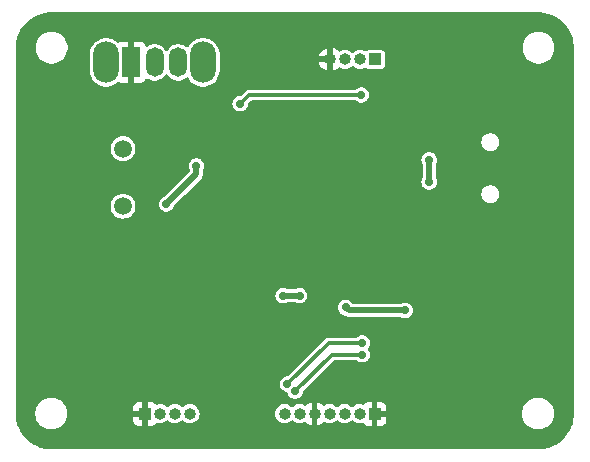
<source format=gbr>
%TF.GenerationSoftware,KiCad,Pcbnew,8.0.2*%
%TF.CreationDate,2024-06-15T16:53:24+02:00*%
%TF.ProjectId,KiCad_STM32_F105RCT6TR,4b694361-645f-4535-944d-33325f463130,v 1.0*%
%TF.SameCoordinates,Original*%
%TF.FileFunction,Copper,L2,Bot*%
%TF.FilePolarity,Positive*%
%FSLAX46Y46*%
G04 Gerber Fmt 4.6, Leading zero omitted, Abs format (unit mm)*
G04 Created by KiCad (PCBNEW 8.0.2) date 2024-06-15 16:53:24*
%MOMM*%
%LPD*%
G01*
G04 APERTURE LIST*
%TA.AperFunction,ComponentPad*%
%ADD10O,1.000000X1.000000*%
%TD*%
%TA.AperFunction,ComponentPad*%
%ADD11R,1.000000X1.000000*%
%TD*%
%TA.AperFunction,ComponentPad*%
%ADD12C,1.500000*%
%TD*%
%TA.AperFunction,ComponentPad*%
%ADD13O,1.500000X2.500000*%
%TD*%
%TA.AperFunction,ComponentPad*%
%ADD14R,1.500000X2.500000*%
%TD*%
%TA.AperFunction,ComponentPad*%
%ADD15O,2.200000X3.500000*%
%TD*%
%TA.AperFunction,ViaPad*%
%ADD16C,0.700000*%
%TD*%
%TA.AperFunction,Conductor*%
%ADD17C,0.300000*%
%TD*%
%TA.AperFunction,Conductor*%
%ADD18C,0.500000*%
%TD*%
G04 APERTURE END LIST*
D10*
%TO.P,SWD,4,Pin_4*%
%TO.N,GND*%
X109860000Y-54000000D03*
%TO.P,SWD,3,Pin_3*%
%TO.N,/SWCLK*%
X111130000Y-54000000D03*
%TO.P,SWD,2,Pin_2*%
%TO.N,/SWDIO*%
X112400000Y-54000000D03*
D11*
%TO.P,SWD,1,Pin_1*%
%TO.N,+3.3V*%
X113670000Y-54000000D03*
%TD*%
D10*
%TO.P,OLED,7,Pin_7*%
%TO.N,/OLED_CS*%
X106000000Y-84000000D03*
%TO.P,OLED,6,Pin_6*%
%TO.N,/OLED_DC*%
X107270000Y-84000000D03*
%TO.P,OLED,5,Pin_5*%
%TO.N,GND*%
X108540000Y-84000000D03*
%TO.P,OLED,4,Pin_4*%
%TO.N,/SPI1_MOSI*%
X109810000Y-84000000D03*
%TO.P,OLED,3,Pin_3*%
%TO.N,/SPI1_SCK*%
X111080000Y-84000000D03*
%TO.P,OLED,2,Pin_2*%
%TO.N,VBUS*%
X112350000Y-84000000D03*
D11*
%TO.P,OLED,1,Pin_1*%
%TO.N,GND*%
X113620000Y-84000000D03*
%TD*%
D12*
%TO.P,Y1,1,1*%
%TO.N,/HSE_IN*%
X92325000Y-61550000D03*
%TO.P,Y1,2,2*%
%TO.N,/HSE_OUT*%
X92325000Y-66430000D03*
%TD*%
D13*
%TO.P,BOOT,3,C*%
%TO.N,+3.3V*%
X97000000Y-54250000D03*
%TO.P,BOOT,2,B*%
%TO.N,Net-(SW1-B)*%
X95000000Y-54250000D03*
D14*
%TO.P,BOOT,1,A*%
%TO.N,GND*%
X93000000Y-54250000D03*
D15*
%TO.P,BOOT,*%
%TO.N,*%
X99100000Y-54250000D03*
X90900000Y-54250000D03*
%TD*%
D10*
%TO.P,PULSE,4,Pin_4*%
%TO.N,/I2C1_SCL*%
X98000000Y-84000000D03*
%TO.P,PULSE,3,Pin_3*%
%TO.N,/I2C1_SDA*%
X96730000Y-84000000D03*
%TO.P,PULSE,2,Pin_2*%
%TO.N,+3.3V*%
X95460000Y-84000000D03*
D11*
%TO.P,PULSE,1,Pin_1*%
%TO.N,GND*%
X94190000Y-84000000D03*
%TD*%
D16*
%TO.N,GND*%
X116000000Y-80750000D03*
X120500000Y-78500000D03*
X111700000Y-62050000D03*
X103000000Y-67250000D03*
X119500000Y-78500000D03*
X116000000Y-80000000D03*
X120250000Y-83000000D03*
X104362588Y-69612589D03*
X120250000Y-82250000D03*
X104250000Y-61500000D03*
X109750000Y-69700000D03*
%TO.N,+3.3V*%
X105875000Y-74000000D03*
X112500000Y-57000000D03*
X116200000Y-75250000D03*
X111180000Y-75000000D03*
X107275000Y-74000000D03*
X98539975Y-63010025D03*
X96000000Y-66250000D03*
X102250000Y-57750000D03*
%TO.N,VBUS*%
X118250000Y-64375000D03*
X118250000Y-62500000D03*
%TO.N,/OLED_DC*%
X112580000Y-79000000D03*
X106910025Y-82089975D03*
%TO.N,/OLED_CS*%
X112580000Y-78000000D03*
X106239016Y-81490182D03*
%TD*%
D17*
%TO.N,+3.3V*%
X103000000Y-57000000D02*
X102250000Y-57750000D01*
D18*
X107275000Y-74000000D02*
X105875000Y-74000000D01*
X111430000Y-75250000D02*
X111180000Y-75000000D01*
X116200000Y-75250000D02*
X111430000Y-75250000D01*
D17*
X112500000Y-57000000D02*
X103000000Y-57000000D01*
D18*
X98539975Y-63010025D02*
X98539975Y-63710025D01*
X98539975Y-63710025D02*
X96000000Y-66250000D01*
%TO.N,VBUS*%
X118250000Y-64375000D02*
X118250000Y-62500000D01*
D17*
%TO.N,/OLED_DC*%
X110000000Y-79000000D02*
X112580000Y-79000000D01*
X106910025Y-82089975D02*
X110000000Y-79000000D01*
%TO.N,/OLED_CS*%
X112580000Y-78000000D02*
X109729198Y-78000000D01*
X109729198Y-78000000D02*
X106239016Y-81490182D01*
%TD*%
%TA.AperFunction,Conductor*%
%TO.N,GND*%
G36*
X127500855Y-50000011D02*
G01*
X127662269Y-50002274D01*
X127674390Y-50003041D01*
X127978553Y-50037312D01*
X127995992Y-50039277D01*
X128009700Y-50041606D01*
X128324366Y-50113426D01*
X128337725Y-50117273D01*
X128642392Y-50223881D01*
X128655228Y-50229199D01*
X128946025Y-50369239D01*
X128958195Y-50375965D01*
X129231486Y-50547685D01*
X129242827Y-50555732D01*
X129495173Y-50756971D01*
X129505541Y-50766237D01*
X129733762Y-50994458D01*
X129743028Y-51004826D01*
X129944267Y-51257172D01*
X129952314Y-51268513D01*
X130124034Y-51541804D01*
X130130760Y-51553974D01*
X130270798Y-51844766D01*
X130276120Y-51857613D01*
X130382724Y-52162270D01*
X130386573Y-52175633D01*
X130458393Y-52490299D01*
X130460722Y-52504007D01*
X130496957Y-52825597D01*
X130497725Y-52837743D01*
X130499988Y-52999144D01*
X130500000Y-53000882D01*
X130500000Y-83999117D01*
X130499988Y-84000855D01*
X130497725Y-84162256D01*
X130496957Y-84174402D01*
X130460722Y-84495992D01*
X130458393Y-84509700D01*
X130386573Y-84824366D01*
X130382724Y-84837729D01*
X130276120Y-85142386D01*
X130270798Y-85155233D01*
X130130760Y-85446025D01*
X130124034Y-85458195D01*
X129952314Y-85731486D01*
X129944267Y-85742827D01*
X129743028Y-85995173D01*
X129733762Y-86005541D01*
X129505541Y-86233762D01*
X129495173Y-86243028D01*
X129242827Y-86444267D01*
X129231486Y-86452314D01*
X128958195Y-86624034D01*
X128946025Y-86630760D01*
X128655233Y-86770798D01*
X128642386Y-86776120D01*
X128337729Y-86882724D01*
X128324366Y-86886573D01*
X128009700Y-86958393D01*
X127995992Y-86960722D01*
X127674402Y-86996957D01*
X127662256Y-86997725D01*
X127500856Y-86999988D01*
X127499118Y-87000000D01*
X86250882Y-87000000D01*
X86249144Y-86999988D01*
X86087743Y-86997725D01*
X86075597Y-86996957D01*
X85754007Y-86960722D01*
X85740299Y-86958393D01*
X85425633Y-86886573D01*
X85412270Y-86882724D01*
X85107613Y-86776120D01*
X85094766Y-86770798D01*
X84803974Y-86630760D01*
X84791804Y-86624034D01*
X84518513Y-86452314D01*
X84507172Y-86444267D01*
X84254826Y-86243028D01*
X84244458Y-86233762D01*
X84016237Y-86005541D01*
X84006971Y-85995173D01*
X83805732Y-85742827D01*
X83797685Y-85731486D01*
X83625965Y-85458195D01*
X83619239Y-85446025D01*
X83479201Y-85155233D01*
X83473879Y-85142386D01*
X83471311Y-85135048D01*
X83367273Y-84837725D01*
X83363426Y-84824366D01*
X83291606Y-84509700D01*
X83289277Y-84495992D01*
X83253589Y-84179254D01*
X83253041Y-84174390D01*
X83252274Y-84162269D01*
X83250012Y-84000855D01*
X83250000Y-83999117D01*
X83250000Y-83873713D01*
X84899500Y-83873713D01*
X84899500Y-84086286D01*
X84927023Y-84260064D01*
X84932754Y-84296243D01*
X84950065Y-84349522D01*
X84998444Y-84498414D01*
X85094951Y-84687820D01*
X85219890Y-84859786D01*
X85370213Y-85010109D01*
X85542179Y-85135048D01*
X85542181Y-85135049D01*
X85542184Y-85135051D01*
X85731588Y-85231557D01*
X85933757Y-85297246D01*
X86143713Y-85330500D01*
X86143714Y-85330500D01*
X86356286Y-85330500D01*
X86356287Y-85330500D01*
X86566243Y-85297246D01*
X86768412Y-85231557D01*
X86957816Y-85135051D01*
X86979789Y-85119086D01*
X87129786Y-85010109D01*
X87129788Y-85010106D01*
X87129792Y-85010104D01*
X87280104Y-84859792D01*
X87280106Y-84859788D01*
X87280109Y-84859786D01*
X87405048Y-84687820D01*
X87405047Y-84687820D01*
X87405051Y-84687816D01*
X87476370Y-84547844D01*
X93190000Y-84547844D01*
X93196401Y-84607372D01*
X93196403Y-84607379D01*
X93246645Y-84742086D01*
X93246649Y-84742093D01*
X93332809Y-84857187D01*
X93332812Y-84857190D01*
X93447906Y-84943350D01*
X93447913Y-84943354D01*
X93582620Y-84993596D01*
X93582627Y-84993598D01*
X93642155Y-84999999D01*
X93642172Y-85000000D01*
X93940000Y-85000000D01*
X93940000Y-84250000D01*
X93190000Y-84250000D01*
X93190000Y-84547844D01*
X87476370Y-84547844D01*
X87501557Y-84498412D01*
X87567246Y-84296243D01*
X87600500Y-84086287D01*
X87600500Y-83957213D01*
X93865000Y-83957213D01*
X93865000Y-84042787D01*
X93887149Y-84125445D01*
X93929936Y-84199554D01*
X93990446Y-84260064D01*
X94064555Y-84302851D01*
X94147213Y-84325000D01*
X94232787Y-84325000D01*
X94315445Y-84302851D01*
X94389554Y-84260064D01*
X94440000Y-84209618D01*
X94440000Y-85000000D01*
X94737828Y-85000000D01*
X94737844Y-84999999D01*
X94797372Y-84993598D01*
X94797379Y-84993596D01*
X94932086Y-84943354D01*
X94932093Y-84943350D01*
X95047187Y-84857190D01*
X95047188Y-84857189D01*
X95083819Y-84808257D01*
X95139752Y-84766385D01*
X95209444Y-84761401D01*
X95224034Y-84765524D01*
X95280745Y-84785368D01*
X95280748Y-84785369D01*
X95459996Y-84805565D01*
X95460000Y-84805565D01*
X95460004Y-84805565D01*
X95639249Y-84785369D01*
X95639252Y-84785368D01*
X95639255Y-84785368D01*
X95809522Y-84725789D01*
X95962262Y-84629816D01*
X96007319Y-84584759D01*
X96068642Y-84551274D01*
X96138334Y-84556258D01*
X96182681Y-84584759D01*
X96227738Y-84629816D01*
X96295661Y-84672495D01*
X96353465Y-84708816D01*
X96380478Y-84725789D01*
X96494040Y-84765526D01*
X96550745Y-84785368D01*
X96550750Y-84785369D01*
X96729996Y-84805565D01*
X96730000Y-84805565D01*
X96730004Y-84805565D01*
X96909249Y-84785369D01*
X96909252Y-84785368D01*
X96909255Y-84785368D01*
X97079522Y-84725789D01*
X97232262Y-84629816D01*
X97277319Y-84584759D01*
X97338642Y-84551274D01*
X97408334Y-84556258D01*
X97452681Y-84584759D01*
X97497738Y-84629816D01*
X97565661Y-84672495D01*
X97623465Y-84708816D01*
X97650478Y-84725789D01*
X97764040Y-84765526D01*
X97820745Y-84785368D01*
X97820750Y-84785369D01*
X97999996Y-84805565D01*
X98000000Y-84805565D01*
X98000004Y-84805565D01*
X98179249Y-84785369D01*
X98179252Y-84785368D01*
X98179255Y-84785368D01*
X98349522Y-84725789D01*
X98502262Y-84629816D01*
X98629816Y-84502262D01*
X98725789Y-84349522D01*
X98785368Y-84179255D01*
X98787282Y-84162269D01*
X98805565Y-84000003D01*
X98805565Y-83999996D01*
X105194435Y-83999996D01*
X105194435Y-84000003D01*
X105214630Y-84179249D01*
X105214631Y-84179254D01*
X105274211Y-84349523D01*
X105365000Y-84494011D01*
X105370184Y-84502262D01*
X105497738Y-84629816D01*
X105565661Y-84672495D01*
X105623465Y-84708816D01*
X105650478Y-84725789D01*
X105764040Y-84765526D01*
X105820745Y-84785368D01*
X105820750Y-84785369D01*
X105999996Y-84805565D01*
X106000000Y-84805565D01*
X106000004Y-84805565D01*
X106179249Y-84785369D01*
X106179252Y-84785368D01*
X106179255Y-84785368D01*
X106349522Y-84725789D01*
X106502262Y-84629816D01*
X106547319Y-84584759D01*
X106608642Y-84551274D01*
X106678334Y-84556258D01*
X106722681Y-84584759D01*
X106767738Y-84629816D01*
X106835661Y-84672495D01*
X106893465Y-84708816D01*
X106920478Y-84725789D01*
X107034040Y-84765526D01*
X107090745Y-84785368D01*
X107090750Y-84785369D01*
X107269996Y-84805565D01*
X107270000Y-84805565D01*
X107270004Y-84805565D01*
X107449249Y-84785369D01*
X107449252Y-84785368D01*
X107449255Y-84785368D01*
X107619522Y-84725789D01*
X107674100Y-84691495D01*
X107741334Y-84672495D01*
X107808169Y-84692862D01*
X107827760Y-84708815D01*
X107829479Y-84710534D01*
X107981739Y-84835491D01*
X108155465Y-84928349D01*
X108290000Y-84969159D01*
X108290000Y-84209618D01*
X108340446Y-84260064D01*
X108414555Y-84302851D01*
X108497213Y-84325000D01*
X108582787Y-84325000D01*
X108665445Y-84302851D01*
X108739554Y-84260064D01*
X108790000Y-84209618D01*
X108790000Y-84969159D01*
X108924534Y-84928349D01*
X109098260Y-84835491D01*
X109250520Y-84710534D01*
X109252239Y-84708816D01*
X109253362Y-84708202D01*
X109255237Y-84706664D01*
X109255528Y-84707019D01*
X109313560Y-84675326D01*
X109383252Y-84680305D01*
X109405900Y-84691496D01*
X109460476Y-84725788D01*
X109460478Y-84725789D01*
X109574040Y-84765526D01*
X109630745Y-84785368D01*
X109630750Y-84785369D01*
X109809996Y-84805565D01*
X109810000Y-84805565D01*
X109810004Y-84805565D01*
X109989249Y-84785369D01*
X109989252Y-84785368D01*
X109989255Y-84785368D01*
X110159522Y-84725789D01*
X110312262Y-84629816D01*
X110357319Y-84584759D01*
X110418642Y-84551274D01*
X110488334Y-84556258D01*
X110532681Y-84584759D01*
X110577738Y-84629816D01*
X110645661Y-84672495D01*
X110703465Y-84708816D01*
X110730478Y-84725789D01*
X110844040Y-84765526D01*
X110900745Y-84785368D01*
X110900750Y-84785369D01*
X111079996Y-84805565D01*
X111080000Y-84805565D01*
X111080004Y-84805565D01*
X111259249Y-84785369D01*
X111259252Y-84785368D01*
X111259255Y-84785368D01*
X111429522Y-84725789D01*
X111582262Y-84629816D01*
X111627319Y-84584759D01*
X111688642Y-84551274D01*
X111758334Y-84556258D01*
X111802681Y-84584759D01*
X111847738Y-84629816D01*
X111915661Y-84672495D01*
X111973465Y-84708816D01*
X112000478Y-84725789D01*
X112114040Y-84765526D01*
X112170745Y-84785368D01*
X112170750Y-84785369D01*
X112349996Y-84805565D01*
X112350000Y-84805565D01*
X112350004Y-84805565D01*
X112529249Y-84785369D01*
X112529250Y-84785368D01*
X112529255Y-84785368D01*
X112585960Y-84765525D01*
X112655736Y-84761963D01*
X112716364Y-84796692D01*
X112726179Y-84808255D01*
X112762812Y-84857190D01*
X112877906Y-84943350D01*
X112877913Y-84943354D01*
X113012620Y-84993596D01*
X113012627Y-84993598D01*
X113072155Y-84999999D01*
X113072172Y-85000000D01*
X113370000Y-85000000D01*
X113870000Y-85000000D01*
X114167828Y-85000000D01*
X114167844Y-84999999D01*
X114227372Y-84993598D01*
X114227379Y-84993596D01*
X114362086Y-84943354D01*
X114362093Y-84943350D01*
X114477187Y-84857190D01*
X114477190Y-84857187D01*
X114563350Y-84742093D01*
X114563354Y-84742086D01*
X114613596Y-84607379D01*
X114613598Y-84607372D01*
X114619999Y-84547844D01*
X114620000Y-84547827D01*
X114620000Y-84250000D01*
X113870000Y-84250000D01*
X113870000Y-85000000D01*
X113370000Y-85000000D01*
X113370000Y-84209618D01*
X113420446Y-84260064D01*
X113494555Y-84302851D01*
X113577213Y-84325000D01*
X113662787Y-84325000D01*
X113745445Y-84302851D01*
X113819554Y-84260064D01*
X113880064Y-84199554D01*
X113922851Y-84125445D01*
X113945000Y-84042787D01*
X113945000Y-83957213D01*
X113922851Y-83874555D01*
X113922365Y-83873713D01*
X126109500Y-83873713D01*
X126109500Y-84086286D01*
X126137023Y-84260064D01*
X126142754Y-84296243D01*
X126160065Y-84349522D01*
X126208444Y-84498414D01*
X126304951Y-84687820D01*
X126429890Y-84859786D01*
X126580213Y-85010109D01*
X126752179Y-85135048D01*
X126752181Y-85135049D01*
X126752184Y-85135051D01*
X126941588Y-85231557D01*
X127143757Y-85297246D01*
X127353713Y-85330500D01*
X127353714Y-85330500D01*
X127566286Y-85330500D01*
X127566287Y-85330500D01*
X127776243Y-85297246D01*
X127978412Y-85231557D01*
X128167816Y-85135051D01*
X128189789Y-85119086D01*
X128339786Y-85010109D01*
X128339788Y-85010106D01*
X128339792Y-85010104D01*
X128490104Y-84859792D01*
X128490106Y-84859788D01*
X128490109Y-84859786D01*
X128615048Y-84687820D01*
X128615047Y-84687820D01*
X128615051Y-84687816D01*
X128711557Y-84498412D01*
X128777246Y-84296243D01*
X128810500Y-84086287D01*
X128810500Y-83873713D01*
X128777246Y-83663757D01*
X128711557Y-83461588D01*
X128615051Y-83272184D01*
X128615049Y-83272181D01*
X128615048Y-83272179D01*
X128490109Y-83100213D01*
X128339786Y-82949890D01*
X128167820Y-82824951D01*
X127978414Y-82728444D01*
X127978413Y-82728443D01*
X127978412Y-82728443D01*
X127776243Y-82662754D01*
X127776241Y-82662753D01*
X127776240Y-82662753D01*
X127614957Y-82637208D01*
X127566287Y-82629500D01*
X127353713Y-82629500D01*
X127305042Y-82637208D01*
X127143760Y-82662753D01*
X126941585Y-82728444D01*
X126752179Y-82824951D01*
X126580213Y-82949890D01*
X126429890Y-83100213D01*
X126304951Y-83272179D01*
X126208444Y-83461585D01*
X126208443Y-83461587D01*
X126208443Y-83461588D01*
X126175598Y-83562672D01*
X126142753Y-83663760D01*
X126109500Y-83873713D01*
X113922365Y-83873713D01*
X113880064Y-83800446D01*
X113829618Y-83750000D01*
X113870000Y-83750000D01*
X114620000Y-83750000D01*
X114620000Y-83452172D01*
X114619999Y-83452155D01*
X114613598Y-83392627D01*
X114613596Y-83392620D01*
X114563354Y-83257913D01*
X114563350Y-83257906D01*
X114477190Y-83142812D01*
X114477187Y-83142809D01*
X114362093Y-83056649D01*
X114362086Y-83056645D01*
X114227379Y-83006403D01*
X114227372Y-83006401D01*
X114167844Y-83000000D01*
X113870000Y-83000000D01*
X113870000Y-83750000D01*
X113829618Y-83750000D01*
X113819554Y-83739936D01*
X113745445Y-83697149D01*
X113662787Y-83675000D01*
X113577213Y-83675000D01*
X113494555Y-83697149D01*
X113420446Y-83739936D01*
X113370000Y-83790382D01*
X113370000Y-83000000D01*
X113072155Y-83000000D01*
X113012627Y-83006401D01*
X113012620Y-83006403D01*
X112877913Y-83056645D01*
X112877906Y-83056649D01*
X112762812Y-83142809D01*
X112726180Y-83191743D01*
X112670246Y-83233613D01*
X112600554Y-83238597D01*
X112585960Y-83234473D01*
X112529257Y-83214632D01*
X112529249Y-83214630D01*
X112350004Y-83194435D01*
X112349996Y-83194435D01*
X112170750Y-83214630D01*
X112170745Y-83214631D01*
X112000476Y-83274211D01*
X111847737Y-83370184D01*
X111802680Y-83415241D01*
X111741357Y-83448725D01*
X111671665Y-83443740D01*
X111627320Y-83415241D01*
X111582263Y-83370185D01*
X111582262Y-83370184D01*
X111429523Y-83274211D01*
X111259254Y-83214631D01*
X111259249Y-83214630D01*
X111080004Y-83194435D01*
X111079996Y-83194435D01*
X110900750Y-83214630D01*
X110900745Y-83214631D01*
X110730476Y-83274211D01*
X110577737Y-83370184D01*
X110532680Y-83415241D01*
X110471357Y-83448725D01*
X110401665Y-83443740D01*
X110357320Y-83415241D01*
X110312263Y-83370185D01*
X110312262Y-83370184D01*
X110159523Y-83274211D01*
X109989254Y-83214631D01*
X109989249Y-83214630D01*
X109810004Y-83194435D01*
X109809996Y-83194435D01*
X109630750Y-83214630D01*
X109630737Y-83214633D01*
X109460482Y-83274208D01*
X109405899Y-83308505D01*
X109338662Y-83327504D01*
X109271827Y-83307135D01*
X109252239Y-83291184D01*
X109250520Y-83289465D01*
X109098260Y-83164507D01*
X109098253Y-83164503D01*
X108924541Y-83071652D01*
X108790000Y-83030839D01*
X108790000Y-83790382D01*
X108739554Y-83739936D01*
X108665445Y-83697149D01*
X108582787Y-83675000D01*
X108497213Y-83675000D01*
X108414555Y-83697149D01*
X108340446Y-83739936D01*
X108290000Y-83790382D01*
X108290000Y-83030839D01*
X108289999Y-83030839D01*
X108155458Y-83071652D01*
X107981746Y-83164503D01*
X107981739Y-83164507D01*
X107829471Y-83289471D01*
X107827745Y-83291198D01*
X107826619Y-83291812D01*
X107824763Y-83293336D01*
X107824473Y-83292983D01*
X107766419Y-83324677D01*
X107696728Y-83319687D01*
X107674100Y-83308503D01*
X107619527Y-83274213D01*
X107619518Y-83274209D01*
X107449262Y-83214633D01*
X107449249Y-83214630D01*
X107270004Y-83194435D01*
X107269996Y-83194435D01*
X107090750Y-83214630D01*
X107090745Y-83214631D01*
X106920476Y-83274211D01*
X106767737Y-83370184D01*
X106722680Y-83415241D01*
X106661357Y-83448725D01*
X106591665Y-83443740D01*
X106547320Y-83415241D01*
X106502263Y-83370185D01*
X106502262Y-83370184D01*
X106349523Y-83274211D01*
X106179254Y-83214631D01*
X106179249Y-83214630D01*
X106000004Y-83194435D01*
X105999996Y-83194435D01*
X105820750Y-83214630D01*
X105820745Y-83214631D01*
X105650476Y-83274211D01*
X105497737Y-83370184D01*
X105370184Y-83497737D01*
X105274211Y-83650476D01*
X105214631Y-83820745D01*
X105214630Y-83820750D01*
X105194435Y-83999996D01*
X98805565Y-83999996D01*
X98785369Y-83820750D01*
X98785368Y-83820745D01*
X98742120Y-83697149D01*
X98725789Y-83650478D01*
X98629816Y-83497738D01*
X98502262Y-83370184D01*
X98349523Y-83274211D01*
X98179254Y-83214631D01*
X98179249Y-83214630D01*
X98000004Y-83194435D01*
X97999996Y-83194435D01*
X97820750Y-83214630D01*
X97820745Y-83214631D01*
X97650476Y-83274211D01*
X97497737Y-83370184D01*
X97452680Y-83415241D01*
X97391357Y-83448725D01*
X97321665Y-83443740D01*
X97277320Y-83415241D01*
X97232263Y-83370185D01*
X97232262Y-83370184D01*
X97079523Y-83274211D01*
X96909254Y-83214631D01*
X96909249Y-83214630D01*
X96730004Y-83194435D01*
X96729996Y-83194435D01*
X96550750Y-83214630D01*
X96550745Y-83214631D01*
X96380476Y-83274211D01*
X96227737Y-83370184D01*
X96182680Y-83415241D01*
X96121357Y-83448725D01*
X96051665Y-83443740D01*
X96007320Y-83415241D01*
X95962263Y-83370185D01*
X95962262Y-83370184D01*
X95809523Y-83274211D01*
X95639254Y-83214631D01*
X95639249Y-83214630D01*
X95460004Y-83194435D01*
X95459996Y-83194435D01*
X95280746Y-83214631D01*
X95280742Y-83214632D01*
X95224037Y-83234473D01*
X95154259Y-83238034D01*
X95093632Y-83203304D01*
X95083818Y-83191742D01*
X95047186Y-83142809D01*
X94932093Y-83056649D01*
X94932086Y-83056645D01*
X94797379Y-83006403D01*
X94797372Y-83006401D01*
X94737844Y-83000000D01*
X94440000Y-83000000D01*
X94440000Y-83790382D01*
X94389554Y-83739936D01*
X94315445Y-83697149D01*
X94232787Y-83675000D01*
X94147213Y-83675000D01*
X94064555Y-83697149D01*
X93990446Y-83739936D01*
X93929936Y-83800446D01*
X93887149Y-83874555D01*
X93865000Y-83957213D01*
X87600500Y-83957213D01*
X87600500Y-83873713D01*
X87567246Y-83663757D01*
X87501557Y-83461588D01*
X87496751Y-83452155D01*
X93190000Y-83452155D01*
X93190000Y-83750000D01*
X93940000Y-83750000D01*
X93940000Y-83000000D01*
X93642155Y-83000000D01*
X93582627Y-83006401D01*
X93582620Y-83006403D01*
X93447913Y-83056645D01*
X93447906Y-83056649D01*
X93332812Y-83142809D01*
X93332809Y-83142812D01*
X93246649Y-83257906D01*
X93246645Y-83257913D01*
X93196403Y-83392620D01*
X93196401Y-83392627D01*
X93190000Y-83452155D01*
X87496751Y-83452155D01*
X87405051Y-83272184D01*
X87405049Y-83272181D01*
X87405048Y-83272179D01*
X87280109Y-83100213D01*
X87129786Y-82949890D01*
X86957820Y-82824951D01*
X86768414Y-82728444D01*
X86768413Y-82728443D01*
X86768412Y-82728443D01*
X86566243Y-82662754D01*
X86566241Y-82662753D01*
X86566240Y-82662753D01*
X86404957Y-82637208D01*
X86356287Y-82629500D01*
X86143713Y-82629500D01*
X86095042Y-82637208D01*
X85933760Y-82662753D01*
X85731585Y-82728444D01*
X85542179Y-82824951D01*
X85370213Y-82949890D01*
X85219890Y-83100213D01*
X85094951Y-83272179D01*
X84998444Y-83461585D01*
X84998443Y-83461587D01*
X84998443Y-83461588D01*
X84965598Y-83562672D01*
X84932753Y-83663760D01*
X84899500Y-83873713D01*
X83250000Y-83873713D01*
X83250000Y-81490181D01*
X105583738Y-81490181D01*
X105583738Y-81490182D01*
X105602778Y-81647000D01*
X105658796Y-81794705D01*
X105748533Y-81924712D01*
X105866776Y-82029465D01*
X105866778Y-82029466D01*
X106006650Y-82102878D01*
X106079184Y-82120755D01*
X106160031Y-82140682D01*
X106160040Y-82140682D01*
X106165968Y-82141402D01*
X106230147Y-82169021D01*
X106269206Y-82226954D01*
X106271941Y-82239523D01*
X106271993Y-82239511D01*
X106273787Y-82246793D01*
X106329805Y-82394498D01*
X106419542Y-82524505D01*
X106537785Y-82629258D01*
X106537787Y-82629259D01*
X106677659Y-82702671D01*
X106831039Y-82740475D01*
X106831040Y-82740475D01*
X106989010Y-82740475D01*
X107142390Y-82702671D01*
X107282265Y-82629258D01*
X107400508Y-82524505D01*
X107490245Y-82394498D01*
X107546262Y-82246793D01*
X107562657Y-82111762D01*
X107590279Y-82047586D01*
X107598061Y-82039040D01*
X110150284Y-79486819D01*
X110211607Y-79453334D01*
X110237965Y-79450500D01*
X112060517Y-79450500D01*
X112127556Y-79470185D01*
X112142741Y-79481682D01*
X112207760Y-79539283D01*
X112207762Y-79539284D01*
X112347634Y-79612696D01*
X112501014Y-79650500D01*
X112501015Y-79650500D01*
X112658985Y-79650500D01*
X112812365Y-79612696D01*
X112952240Y-79539283D01*
X113070483Y-79434530D01*
X113160220Y-79304523D01*
X113216237Y-79156818D01*
X113235278Y-79000000D01*
X113216237Y-78843182D01*
X113160220Y-78695477D01*
X113073912Y-78570438D01*
X113052030Y-78504086D01*
X113069495Y-78436434D01*
X113073905Y-78429571D01*
X113160220Y-78304523D01*
X113216237Y-78156818D01*
X113235278Y-78000000D01*
X113216237Y-77843182D01*
X113160220Y-77695477D01*
X113070483Y-77565470D01*
X112952240Y-77460717D01*
X112952238Y-77460716D01*
X112952237Y-77460715D01*
X112812365Y-77387303D01*
X112658986Y-77349500D01*
X112658985Y-77349500D01*
X112501015Y-77349500D01*
X112501014Y-77349500D01*
X112347634Y-77387303D01*
X112207762Y-77460715D01*
X112142744Y-77518316D01*
X112079510Y-77548037D01*
X112060517Y-77549500D01*
X109669889Y-77549500D01*
X109579523Y-77573713D01*
X109579522Y-77573712D01*
X109555313Y-77580200D01*
X109555304Y-77580204D01*
X109452590Y-77639505D01*
X109452582Y-77639511D01*
X106288732Y-80803363D01*
X106227409Y-80836848D01*
X106201051Y-80839682D01*
X106160030Y-80839682D01*
X106006650Y-80877485D01*
X105866778Y-80950897D01*
X105748532Y-81055653D01*
X105658797Y-81185657D01*
X105658796Y-81185658D01*
X105602778Y-81333363D01*
X105583738Y-81490181D01*
X83250000Y-81490181D01*
X83250000Y-74999999D01*
X110524722Y-74999999D01*
X110524722Y-75000000D01*
X110543762Y-75156818D01*
X110579102Y-75250000D01*
X110599780Y-75304523D01*
X110689517Y-75434530D01*
X110807760Y-75539283D01*
X110947635Y-75612696D01*
X111002369Y-75626186D01*
X111060377Y-75658902D01*
X111091985Y-75690510D01*
X111217515Y-75762984D01*
X111357525Y-75800500D01*
X115818569Y-75800500D01*
X115876194Y-75814703D01*
X115967635Y-75862696D01*
X116044325Y-75881598D01*
X116121014Y-75900500D01*
X116121015Y-75900500D01*
X116278985Y-75900500D01*
X116432365Y-75862696D01*
X116572240Y-75789283D01*
X116690483Y-75684530D01*
X116780220Y-75554523D01*
X116836237Y-75406818D01*
X116855278Y-75250000D01*
X116836237Y-75093182D01*
X116780220Y-74945477D01*
X116690483Y-74815470D01*
X116572240Y-74710717D01*
X116572238Y-74710716D01*
X116572237Y-74710715D01*
X116432365Y-74637303D01*
X116278986Y-74599500D01*
X116278985Y-74599500D01*
X116121015Y-74599500D01*
X116121014Y-74599500D01*
X115967636Y-74637303D01*
X115942492Y-74650500D01*
X115876194Y-74685296D01*
X115818569Y-74699500D01*
X111828077Y-74699500D01*
X111761038Y-74679815D01*
X111726027Y-74645940D01*
X111720066Y-74637304D01*
X111670483Y-74565470D01*
X111552240Y-74460717D01*
X111552238Y-74460716D01*
X111552237Y-74460715D01*
X111412365Y-74387303D01*
X111258986Y-74349500D01*
X111258985Y-74349500D01*
X111101015Y-74349500D01*
X111101014Y-74349500D01*
X110947634Y-74387303D01*
X110807762Y-74460715D01*
X110689516Y-74565471D01*
X110599781Y-74695475D01*
X110599780Y-74695476D01*
X110543762Y-74843181D01*
X110524722Y-74999999D01*
X83250000Y-74999999D01*
X83250000Y-73999999D01*
X105219722Y-73999999D01*
X105219722Y-74000000D01*
X105238762Y-74156818D01*
X105294780Y-74304523D01*
X105384517Y-74434530D01*
X105502760Y-74539283D01*
X105502762Y-74539284D01*
X105642634Y-74612696D01*
X105796014Y-74650500D01*
X105796015Y-74650500D01*
X105953985Y-74650500D01*
X106107365Y-74612696D01*
X106198805Y-74564703D01*
X106256431Y-74550500D01*
X106893569Y-74550500D01*
X106951194Y-74564703D01*
X107042635Y-74612696D01*
X107119325Y-74631598D01*
X107196014Y-74650500D01*
X107196015Y-74650500D01*
X107353985Y-74650500D01*
X107507365Y-74612696D01*
X107647240Y-74539283D01*
X107765483Y-74434530D01*
X107855220Y-74304523D01*
X107911237Y-74156818D01*
X107930278Y-74000000D01*
X107911237Y-73843182D01*
X107855220Y-73695477D01*
X107765483Y-73565470D01*
X107647240Y-73460717D01*
X107647238Y-73460716D01*
X107647237Y-73460715D01*
X107507365Y-73387303D01*
X107353986Y-73349500D01*
X107353985Y-73349500D01*
X107196015Y-73349500D01*
X107196014Y-73349500D01*
X107042636Y-73387303D01*
X106996763Y-73411379D01*
X106951194Y-73435296D01*
X106893569Y-73449500D01*
X106256431Y-73449500D01*
X106198805Y-73435296D01*
X106107365Y-73387304D01*
X106107364Y-73387303D01*
X106107363Y-73387303D01*
X105953986Y-73349500D01*
X105953985Y-73349500D01*
X105796015Y-73349500D01*
X105796014Y-73349500D01*
X105642634Y-73387303D01*
X105502762Y-73460715D01*
X105384516Y-73565471D01*
X105294781Y-73695475D01*
X105294780Y-73695476D01*
X105238762Y-73843181D01*
X105219722Y-73999999D01*
X83250000Y-73999999D01*
X83250000Y-66430000D01*
X91269417Y-66430000D01*
X91289699Y-66635932D01*
X91304441Y-66684530D01*
X91349768Y-66833954D01*
X91447315Y-67016450D01*
X91447317Y-67016452D01*
X91578589Y-67176410D01*
X91675209Y-67255702D01*
X91738550Y-67307685D01*
X91921046Y-67405232D01*
X92119066Y-67465300D01*
X92119065Y-67465300D01*
X92137529Y-67467118D01*
X92325000Y-67485583D01*
X92530934Y-67465300D01*
X92728954Y-67405232D01*
X92911450Y-67307685D01*
X93071410Y-67176410D01*
X93202685Y-67016450D01*
X93300232Y-66833954D01*
X93360300Y-66635934D01*
X93380583Y-66430000D01*
X93362854Y-66249999D01*
X95344722Y-66249999D01*
X95344722Y-66250000D01*
X95363762Y-66406818D01*
X95419780Y-66554523D01*
X95509517Y-66684530D01*
X95627760Y-66789283D01*
X95627762Y-66789284D01*
X95767634Y-66862696D01*
X95921014Y-66900500D01*
X95921015Y-66900500D01*
X96078985Y-66900500D01*
X96232365Y-66862696D01*
X96372240Y-66789283D01*
X96490483Y-66684530D01*
X96580220Y-66554523D01*
X96635677Y-66408294D01*
X96663935Y-66364588D01*
X97554604Y-65473920D01*
X122674499Y-65473920D01*
X122703340Y-65618907D01*
X122703343Y-65618917D01*
X122759912Y-65755488D01*
X122759919Y-65755501D01*
X122842048Y-65878415D01*
X122842051Y-65878419D01*
X122946580Y-65982948D01*
X122946584Y-65982951D01*
X123069498Y-66065080D01*
X123069511Y-66065087D01*
X123206082Y-66121656D01*
X123206087Y-66121658D01*
X123206091Y-66121658D01*
X123206092Y-66121659D01*
X123351079Y-66150500D01*
X123351082Y-66150500D01*
X123498920Y-66150500D01*
X123596462Y-66131096D01*
X123643913Y-66121658D01*
X123780495Y-66065084D01*
X123903416Y-65982951D01*
X124007951Y-65878416D01*
X124090084Y-65755495D01*
X124146658Y-65618913D01*
X124159905Y-65552317D01*
X124175500Y-65473920D01*
X124175500Y-65326079D01*
X124146659Y-65181092D01*
X124146658Y-65181091D01*
X124146658Y-65181087D01*
X124146656Y-65181082D01*
X124090087Y-65044511D01*
X124090080Y-65044498D01*
X124007951Y-64921584D01*
X124007948Y-64921580D01*
X123903419Y-64817051D01*
X123903415Y-64817048D01*
X123780501Y-64734919D01*
X123780488Y-64734912D01*
X123643917Y-64678343D01*
X123643907Y-64678340D01*
X123498920Y-64649500D01*
X123498918Y-64649500D01*
X123351082Y-64649500D01*
X123351080Y-64649500D01*
X123206092Y-64678340D01*
X123206082Y-64678343D01*
X123069511Y-64734912D01*
X123069498Y-64734919D01*
X122946584Y-64817048D01*
X122946580Y-64817051D01*
X122842051Y-64921580D01*
X122842048Y-64921584D01*
X122759919Y-65044498D01*
X122759912Y-65044511D01*
X122703343Y-65181082D01*
X122703340Y-65181092D01*
X122674500Y-65326079D01*
X122674500Y-65326082D01*
X122674500Y-65473918D01*
X122674500Y-65473920D01*
X122674499Y-65473920D01*
X97554604Y-65473920D01*
X98980485Y-64048040D01*
X99052959Y-63922510D01*
X99090475Y-63782499D01*
X99090475Y-63637551D01*
X99090475Y-63396244D01*
X99110160Y-63329205D01*
X99112409Y-63325827D01*
X99120195Y-63314548D01*
X99176212Y-63166843D01*
X99195253Y-63010025D01*
X99176212Y-62853207D01*
X99120195Y-62705502D01*
X99030458Y-62575495D01*
X98945240Y-62499999D01*
X117594722Y-62499999D01*
X117594722Y-62500000D01*
X117613762Y-62656818D01*
X117632226Y-62705502D01*
X117669780Y-62804523D01*
X117677548Y-62815777D01*
X117699433Y-62882130D01*
X117699500Y-62886219D01*
X117699500Y-63988780D01*
X117679815Y-64055819D01*
X117677552Y-64059217D01*
X117669780Y-64070476D01*
X117613762Y-64218181D01*
X117594722Y-64374999D01*
X117594722Y-64375000D01*
X117613762Y-64531818D01*
X117658394Y-64649500D01*
X117669780Y-64679523D01*
X117759517Y-64809530D01*
X117877760Y-64914283D01*
X117877762Y-64914284D01*
X118017634Y-64987696D01*
X118171014Y-65025500D01*
X118171015Y-65025500D01*
X118328985Y-65025500D01*
X118482365Y-64987696D01*
X118622240Y-64914283D01*
X118740483Y-64809530D01*
X118830220Y-64679523D01*
X118886237Y-64531818D01*
X118905278Y-64375000D01*
X118886237Y-64218182D01*
X118830220Y-64070477D01*
X118822448Y-64059217D01*
X118800567Y-63992862D01*
X118800500Y-63988780D01*
X118800500Y-62886219D01*
X118820185Y-62819180D01*
X118822434Y-62815802D01*
X118830220Y-62804523D01*
X118886237Y-62656818D01*
X118905278Y-62500000D01*
X118901726Y-62470742D01*
X118886237Y-62343181D01*
X118864992Y-62287164D01*
X118830220Y-62195477D01*
X118740483Y-62065470D01*
X118622240Y-61960717D01*
X118622238Y-61960716D01*
X118622237Y-61960715D01*
X118482365Y-61887303D01*
X118328986Y-61849500D01*
X118328985Y-61849500D01*
X118171015Y-61849500D01*
X118171014Y-61849500D01*
X118017634Y-61887303D01*
X117877762Y-61960715D01*
X117759516Y-62065471D01*
X117669781Y-62195475D01*
X117669780Y-62195476D01*
X117613762Y-62343181D01*
X117594722Y-62499999D01*
X98945240Y-62499999D01*
X98912215Y-62470742D01*
X98912213Y-62470741D01*
X98912212Y-62470740D01*
X98772340Y-62397328D01*
X98618961Y-62359525D01*
X98618960Y-62359525D01*
X98460990Y-62359525D01*
X98460989Y-62359525D01*
X98307609Y-62397328D01*
X98167737Y-62470740D01*
X98049491Y-62575496D01*
X97959756Y-62705500D01*
X97959755Y-62705501D01*
X97903737Y-62853206D01*
X97884697Y-63010024D01*
X97884697Y-63010025D01*
X97903737Y-63166843D01*
X97959755Y-63314548D01*
X97967523Y-63325802D01*
X97989408Y-63392155D01*
X97989475Y-63396244D01*
X97989475Y-63430637D01*
X97969790Y-63497676D01*
X97953156Y-63518318D01*
X95880377Y-65591096D01*
X95822372Y-65623811D01*
X95767638Y-65637302D01*
X95767634Y-65637303D01*
X95627762Y-65710715D01*
X95509516Y-65815471D01*
X95419781Y-65945475D01*
X95419780Y-65945476D01*
X95363762Y-66093181D01*
X95344722Y-66249999D01*
X93362854Y-66249999D01*
X93360300Y-66224066D01*
X93300232Y-66026046D01*
X93202685Y-65843550D01*
X93150702Y-65780209D01*
X93071410Y-65683589D01*
X92911452Y-65552317D01*
X92911453Y-65552317D01*
X92911450Y-65552315D01*
X92728954Y-65454768D01*
X92530934Y-65394700D01*
X92530932Y-65394699D01*
X92530934Y-65394699D01*
X92325000Y-65374417D01*
X92119067Y-65394699D01*
X91921043Y-65454769D01*
X91885215Y-65473920D01*
X91738550Y-65552315D01*
X91738548Y-65552316D01*
X91738547Y-65552317D01*
X91578589Y-65683589D01*
X91447317Y-65843547D01*
X91349769Y-66026043D01*
X91289699Y-66224067D01*
X91269417Y-66430000D01*
X83250000Y-66430000D01*
X83250000Y-61550000D01*
X91269417Y-61550000D01*
X91289699Y-61755932D01*
X91289700Y-61755934D01*
X91349768Y-61953954D01*
X91447315Y-62136450D01*
X91447317Y-62136452D01*
X91578589Y-62296410D01*
X91635581Y-62343181D01*
X91738550Y-62427685D01*
X91921046Y-62525232D01*
X92119066Y-62585300D01*
X92119065Y-62585300D01*
X92137529Y-62587118D01*
X92325000Y-62605583D01*
X92530934Y-62585300D01*
X92728954Y-62525232D01*
X92911450Y-62427685D01*
X93071410Y-62296410D01*
X93202685Y-62136450D01*
X93300232Y-61953954D01*
X93360300Y-61755934D01*
X93380583Y-61550000D01*
X93360300Y-61344066D01*
X93300232Y-61146046D01*
X93261680Y-61073920D01*
X122674499Y-61073920D01*
X122703340Y-61218907D01*
X122703343Y-61218917D01*
X122759912Y-61355488D01*
X122759919Y-61355501D01*
X122842048Y-61478415D01*
X122842051Y-61478419D01*
X122946580Y-61582948D01*
X122946584Y-61582951D01*
X123069498Y-61665080D01*
X123069511Y-61665087D01*
X123206082Y-61721656D01*
X123206087Y-61721658D01*
X123206091Y-61721658D01*
X123206092Y-61721659D01*
X123351079Y-61750500D01*
X123351082Y-61750500D01*
X123498920Y-61750500D01*
X123596462Y-61731096D01*
X123643913Y-61721658D01*
X123780495Y-61665084D01*
X123903416Y-61582951D01*
X124007951Y-61478416D01*
X124090084Y-61355495D01*
X124146658Y-61218913D01*
X124156096Y-61171462D01*
X124175500Y-61073920D01*
X124175500Y-60926079D01*
X124146659Y-60781092D01*
X124146658Y-60781091D01*
X124146658Y-60781087D01*
X124146656Y-60781082D01*
X124090087Y-60644511D01*
X124090080Y-60644498D01*
X124007951Y-60521584D01*
X124007948Y-60521580D01*
X123903419Y-60417051D01*
X123903415Y-60417048D01*
X123780501Y-60334919D01*
X123780488Y-60334912D01*
X123643917Y-60278343D01*
X123643907Y-60278340D01*
X123498920Y-60249500D01*
X123498918Y-60249500D01*
X123351082Y-60249500D01*
X123351080Y-60249500D01*
X123206092Y-60278340D01*
X123206082Y-60278343D01*
X123069511Y-60334912D01*
X123069498Y-60334919D01*
X122946584Y-60417048D01*
X122946580Y-60417051D01*
X122842051Y-60521580D01*
X122842048Y-60521584D01*
X122759919Y-60644498D01*
X122759912Y-60644511D01*
X122703343Y-60781082D01*
X122703340Y-60781092D01*
X122674500Y-60926079D01*
X122674500Y-60926082D01*
X122674500Y-61073918D01*
X122674500Y-61073920D01*
X122674499Y-61073920D01*
X93261680Y-61073920D01*
X93202685Y-60963550D01*
X93150702Y-60900209D01*
X93071410Y-60803589D01*
X92911452Y-60672317D01*
X92911453Y-60672317D01*
X92911450Y-60672315D01*
X92728954Y-60574768D01*
X92530934Y-60514700D01*
X92530932Y-60514699D01*
X92530934Y-60514699D01*
X92325000Y-60494417D01*
X92119067Y-60514699D01*
X91921043Y-60574769D01*
X91810898Y-60633643D01*
X91738550Y-60672315D01*
X91738548Y-60672316D01*
X91738547Y-60672317D01*
X91578589Y-60803589D01*
X91447317Y-60963547D01*
X91349769Y-61146043D01*
X91289699Y-61344067D01*
X91269417Y-61550000D01*
X83250000Y-61550000D01*
X83250000Y-57749999D01*
X101594722Y-57749999D01*
X101594722Y-57750000D01*
X101613762Y-57906818D01*
X101669780Y-58054523D01*
X101759517Y-58184530D01*
X101877760Y-58289283D01*
X101877762Y-58289284D01*
X102017634Y-58362696D01*
X102171014Y-58400500D01*
X102171015Y-58400500D01*
X102328985Y-58400500D01*
X102482365Y-58362696D01*
X102622240Y-58289283D01*
X102740483Y-58184530D01*
X102830220Y-58054523D01*
X102886237Y-57906818D01*
X102902632Y-57771787D01*
X102930254Y-57707611D01*
X102938025Y-57699076D01*
X103150285Y-57486816D01*
X103211607Y-57453334D01*
X103237965Y-57450500D01*
X111980517Y-57450500D01*
X112047556Y-57470185D01*
X112062741Y-57481682D01*
X112127760Y-57539283D01*
X112127762Y-57539284D01*
X112267634Y-57612696D01*
X112421014Y-57650500D01*
X112421015Y-57650500D01*
X112578985Y-57650500D01*
X112732365Y-57612696D01*
X112769547Y-57593181D01*
X112872240Y-57539283D01*
X112990483Y-57434530D01*
X113080220Y-57304523D01*
X113136237Y-57156818D01*
X113155278Y-57000000D01*
X113136237Y-56843182D01*
X113080220Y-56695477D01*
X112990483Y-56565470D01*
X112872240Y-56460717D01*
X112872238Y-56460716D01*
X112872237Y-56460715D01*
X112732365Y-56387303D01*
X112578986Y-56349500D01*
X112578985Y-56349500D01*
X112421015Y-56349500D01*
X112421014Y-56349500D01*
X112267634Y-56387303D01*
X112127762Y-56460715D01*
X112062744Y-56518316D01*
X111999510Y-56548037D01*
X111980517Y-56549500D01*
X102940691Y-56549500D01*
X102850325Y-56573713D01*
X102850324Y-56573712D01*
X102826116Y-56580199D01*
X102826113Y-56580200D01*
X102723386Y-56639511D01*
X102723383Y-56639513D01*
X102299716Y-57063181D01*
X102238393Y-57096666D01*
X102212035Y-57099500D01*
X102171014Y-57099500D01*
X102017634Y-57137303D01*
X101877762Y-57210715D01*
X101759516Y-57315471D01*
X101669781Y-57445475D01*
X101669780Y-57445476D01*
X101613762Y-57593181D01*
X101594722Y-57749999D01*
X83250000Y-57749999D01*
X83250000Y-53000882D01*
X83250012Y-52999144D01*
X83251490Y-52893713D01*
X84929500Y-52893713D01*
X84929500Y-53106286D01*
X84958513Y-53289471D01*
X84962754Y-53316243D01*
X85024406Y-53505988D01*
X85028444Y-53518414D01*
X85124951Y-53707820D01*
X85249890Y-53879786D01*
X85400213Y-54030109D01*
X85572179Y-54155048D01*
X85572181Y-54155049D01*
X85572184Y-54155051D01*
X85761588Y-54251557D01*
X85963757Y-54317246D01*
X86173713Y-54350500D01*
X86173714Y-54350500D01*
X86386286Y-54350500D01*
X86386287Y-54350500D01*
X86596243Y-54317246D01*
X86798412Y-54251557D01*
X86987816Y-54155051D01*
X87009789Y-54139086D01*
X87159786Y-54030109D01*
X87159788Y-54030106D01*
X87159792Y-54030104D01*
X87310104Y-53879792D01*
X87310106Y-53879788D01*
X87310109Y-53879786D01*
X87435048Y-53707820D01*
X87435047Y-53707820D01*
X87435051Y-53707816D01*
X87531557Y-53518412D01*
X87540861Y-53489778D01*
X89499500Y-53489778D01*
X89499500Y-55010221D01*
X89533985Y-55227952D01*
X89602103Y-55437603D01*
X89602104Y-55437606D01*
X89662221Y-55555589D01*
X89694398Y-55618740D01*
X89702187Y-55634025D01*
X89831752Y-55812358D01*
X89831756Y-55812363D01*
X89987636Y-55968243D01*
X89987641Y-55968247D01*
X90031346Y-56000000D01*
X90165978Y-56097815D01*
X90294375Y-56163237D01*
X90362393Y-56197895D01*
X90362396Y-56197896D01*
X90467221Y-56231955D01*
X90572049Y-56266015D01*
X90789778Y-56300500D01*
X90789779Y-56300500D01*
X91010221Y-56300500D01*
X91010222Y-56300500D01*
X91227951Y-56266015D01*
X91437606Y-56197895D01*
X91634022Y-56097815D01*
X91777468Y-55993596D01*
X91812360Y-55968246D01*
X91812361Y-55968244D01*
X91812365Y-55968242D01*
X91834338Y-55946268D01*
X91895659Y-55912784D01*
X91965350Y-55917767D01*
X91996331Y-55934684D01*
X92007910Y-55943352D01*
X92007913Y-55943354D01*
X92142620Y-55993596D01*
X92142627Y-55993598D01*
X92202155Y-55999999D01*
X92202172Y-56000000D01*
X92750000Y-56000000D01*
X92750000Y-54565686D01*
X92754394Y-54570080D01*
X92845606Y-54622741D01*
X92947339Y-54650000D01*
X93052661Y-54650000D01*
X93154394Y-54622741D01*
X93245606Y-54570080D01*
X93250000Y-54565686D01*
X93250000Y-56000000D01*
X93797828Y-56000000D01*
X93797844Y-55999999D01*
X93857372Y-55993598D01*
X93857379Y-55993596D01*
X93992086Y-55943354D01*
X93992093Y-55943350D01*
X94107187Y-55857190D01*
X94107190Y-55857187D01*
X94193350Y-55742093D01*
X94193355Y-55742084D01*
X94218497Y-55674674D01*
X94260367Y-55618740D01*
X94325831Y-55594322D01*
X94394104Y-55609173D01*
X94403569Y-55614904D01*
X94502400Y-55680940D01*
X94502401Y-55680940D01*
X94502402Y-55680941D01*
X94693580Y-55760130D01*
X94896530Y-55800499D01*
X94896534Y-55800500D01*
X94896535Y-55800500D01*
X95103466Y-55800500D01*
X95103467Y-55800499D01*
X95306420Y-55760130D01*
X95497598Y-55680941D01*
X95669655Y-55565977D01*
X95815977Y-55419655D01*
X95896898Y-55298546D01*
X95950509Y-55253742D01*
X96019834Y-55245035D01*
X96082862Y-55275189D01*
X96103100Y-55298545D01*
X96152924Y-55373112D01*
X96184024Y-55419657D01*
X96330342Y-55565975D01*
X96330345Y-55565977D01*
X96502402Y-55680941D01*
X96693580Y-55760130D01*
X96896530Y-55800499D01*
X96896534Y-55800500D01*
X96896535Y-55800500D01*
X97103466Y-55800500D01*
X97103467Y-55800499D01*
X97306420Y-55760130D01*
X97497598Y-55680941D01*
X97669655Y-55565977D01*
X97680043Y-55555589D01*
X97741365Y-55522102D01*
X97811057Y-55527084D01*
X97866992Y-55568953D01*
X97878212Y-55586972D01*
X97902187Y-55634026D01*
X98031752Y-55812358D01*
X98031756Y-55812363D01*
X98187636Y-55968243D01*
X98187641Y-55968247D01*
X98231346Y-56000000D01*
X98365978Y-56097815D01*
X98494375Y-56163237D01*
X98562393Y-56197895D01*
X98562396Y-56197896D01*
X98667221Y-56231955D01*
X98772049Y-56266015D01*
X98989778Y-56300500D01*
X98989779Y-56300500D01*
X99210221Y-56300500D01*
X99210222Y-56300500D01*
X99427951Y-56266015D01*
X99637606Y-56197895D01*
X99834022Y-56097815D01*
X100012365Y-55968242D01*
X100168242Y-55812365D01*
X100297815Y-55634022D01*
X100397895Y-55437606D01*
X100466015Y-55227951D01*
X100500500Y-55010222D01*
X100500500Y-54250000D01*
X108890840Y-54250000D01*
X108931652Y-54384541D01*
X109024503Y-54558253D01*
X109024507Y-54558260D01*
X109149471Y-54710528D01*
X109301739Y-54835491D01*
X109475465Y-54928349D01*
X109610000Y-54969159D01*
X109610000Y-54250000D01*
X108890840Y-54250000D01*
X100500500Y-54250000D01*
X100500500Y-53957213D01*
X109535000Y-53957213D01*
X109535000Y-54042787D01*
X109557149Y-54125445D01*
X109599936Y-54199554D01*
X109660446Y-54260064D01*
X109734555Y-54302851D01*
X109817213Y-54325000D01*
X109902787Y-54325000D01*
X109985445Y-54302851D01*
X110059554Y-54260064D01*
X110110000Y-54209618D01*
X110110000Y-54969159D01*
X110244534Y-54928349D01*
X110418260Y-54835491D01*
X110570520Y-54710534D01*
X110572239Y-54708816D01*
X110573362Y-54708202D01*
X110575237Y-54706664D01*
X110575528Y-54707019D01*
X110633560Y-54675326D01*
X110703252Y-54680305D01*
X110725900Y-54691496D01*
X110780476Y-54725788D01*
X110780478Y-54725789D01*
X110950745Y-54785368D01*
X110950750Y-54785369D01*
X111129996Y-54805565D01*
X111130000Y-54805565D01*
X111130004Y-54805565D01*
X111309249Y-54785369D01*
X111309252Y-54785368D01*
X111309255Y-54785368D01*
X111479522Y-54725789D01*
X111632262Y-54629816D01*
X111677319Y-54584759D01*
X111738642Y-54551274D01*
X111808334Y-54556258D01*
X111852681Y-54584759D01*
X111897738Y-54629816D01*
X111929861Y-54650000D01*
X112025857Y-54710319D01*
X112050478Y-54725789D01*
X112220745Y-54785368D01*
X112220750Y-54785369D01*
X112399996Y-54805565D01*
X112400000Y-54805565D01*
X112400004Y-54805565D01*
X112579249Y-54785369D01*
X112579252Y-54785368D01*
X112579255Y-54785368D01*
X112749522Y-54725789D01*
X112777512Y-54708202D01*
X112801694Y-54693007D01*
X112868931Y-54674006D01*
X112935766Y-54694373D01*
X112955348Y-54710319D01*
X112997235Y-54752206D01*
X113100009Y-54797585D01*
X113125135Y-54800500D01*
X114214864Y-54800499D01*
X114214879Y-54800497D01*
X114214882Y-54800497D01*
X114239987Y-54797586D01*
X114239988Y-54797585D01*
X114239991Y-54797585D01*
X114342765Y-54752206D01*
X114422206Y-54672765D01*
X114467585Y-54569991D01*
X114470500Y-54544865D01*
X114470499Y-53455136D01*
X114469756Y-53448725D01*
X114467586Y-53430012D01*
X114467585Y-53430010D01*
X114467585Y-53430009D01*
X114422206Y-53327235D01*
X114342765Y-53247794D01*
X114339284Y-53246257D01*
X114239992Y-53202415D01*
X114214865Y-53199500D01*
X113125143Y-53199500D01*
X113125117Y-53199502D01*
X113100012Y-53202413D01*
X113100008Y-53202415D01*
X112997235Y-53247793D01*
X112997233Y-53247794D01*
X112955347Y-53289681D01*
X112894024Y-53323165D01*
X112824332Y-53318180D01*
X112801696Y-53306993D01*
X112749521Y-53274209D01*
X112579262Y-53214633D01*
X112579249Y-53214630D01*
X112400004Y-53194435D01*
X112399996Y-53194435D01*
X112220750Y-53214630D01*
X112220745Y-53214631D01*
X112050476Y-53274211D01*
X111897737Y-53370184D01*
X111852680Y-53415241D01*
X111791357Y-53448725D01*
X111721665Y-53443740D01*
X111677320Y-53415241D01*
X111632263Y-53370185D01*
X111632262Y-53370184D01*
X111479523Y-53274211D01*
X111309254Y-53214631D01*
X111309249Y-53214630D01*
X111130004Y-53194435D01*
X111129996Y-53194435D01*
X110950750Y-53214630D01*
X110950737Y-53214633D01*
X110780482Y-53274208D01*
X110725899Y-53308505D01*
X110658662Y-53327504D01*
X110591827Y-53307135D01*
X110572239Y-53291184D01*
X110570520Y-53289465D01*
X110418260Y-53164507D01*
X110418253Y-53164503D01*
X110244541Y-53071652D01*
X110110000Y-53030839D01*
X110110000Y-53790382D01*
X110059554Y-53739936D01*
X109985445Y-53697149D01*
X109902787Y-53675000D01*
X109817213Y-53675000D01*
X109734555Y-53697149D01*
X109660446Y-53739936D01*
X109599936Y-53800446D01*
X109557149Y-53874555D01*
X109535000Y-53957213D01*
X100500500Y-53957213D01*
X100500500Y-53749999D01*
X108890839Y-53749999D01*
X108890840Y-53750000D01*
X109610000Y-53750000D01*
X109610000Y-53030839D01*
X109609999Y-53030839D01*
X109475458Y-53071652D01*
X109301746Y-53164503D01*
X109301739Y-53164507D01*
X109149471Y-53289471D01*
X109024507Y-53441739D01*
X109024503Y-53441746D01*
X108931652Y-53615458D01*
X108890839Y-53749999D01*
X100500500Y-53749999D01*
X100500500Y-53489778D01*
X100466015Y-53272049D01*
X100431072Y-53164503D01*
X100397896Y-53062396D01*
X100397895Y-53062393D01*
X100337780Y-52944413D01*
X100311947Y-52893713D01*
X126149500Y-52893713D01*
X126149500Y-53106286D01*
X126178513Y-53289471D01*
X126182754Y-53316243D01*
X126244406Y-53505988D01*
X126248444Y-53518414D01*
X126344951Y-53707820D01*
X126469890Y-53879786D01*
X126620213Y-54030109D01*
X126792179Y-54155048D01*
X126792181Y-54155049D01*
X126792184Y-54155051D01*
X126981588Y-54251557D01*
X127183757Y-54317246D01*
X127393713Y-54350500D01*
X127393714Y-54350500D01*
X127606286Y-54350500D01*
X127606287Y-54350500D01*
X127816243Y-54317246D01*
X128018412Y-54251557D01*
X128207816Y-54155051D01*
X128229789Y-54139086D01*
X128379786Y-54030109D01*
X128379788Y-54030106D01*
X128379792Y-54030104D01*
X128530104Y-53879792D01*
X128530106Y-53879788D01*
X128530109Y-53879786D01*
X128655048Y-53707820D01*
X128655047Y-53707820D01*
X128655051Y-53707816D01*
X128751557Y-53518412D01*
X128817246Y-53316243D01*
X128850500Y-53106287D01*
X128850500Y-52893713D01*
X128817246Y-52683757D01*
X128751557Y-52481588D01*
X128655051Y-52292184D01*
X128655049Y-52292181D01*
X128655048Y-52292179D01*
X128530109Y-52120213D01*
X128379786Y-51969890D01*
X128207820Y-51844951D01*
X128018414Y-51748444D01*
X128018413Y-51748443D01*
X128018412Y-51748443D01*
X127816243Y-51682754D01*
X127816241Y-51682753D01*
X127816240Y-51682753D01*
X127654957Y-51657208D01*
X127606287Y-51649500D01*
X127393713Y-51649500D01*
X127345042Y-51657208D01*
X127183760Y-51682753D01*
X126981585Y-51748444D01*
X126792179Y-51844951D01*
X126620213Y-51969890D01*
X126469890Y-52120213D01*
X126344951Y-52292179D01*
X126248444Y-52481585D01*
X126182753Y-52683760D01*
X126149500Y-52893713D01*
X100311947Y-52893713D01*
X100297815Y-52865978D01*
X100206193Y-52739870D01*
X100168247Y-52687641D01*
X100168243Y-52687636D01*
X100012363Y-52531756D01*
X100012358Y-52531752D01*
X99834025Y-52402187D01*
X99834024Y-52402186D01*
X99834022Y-52402185D01*
X99771096Y-52370122D01*
X99637606Y-52302104D01*
X99637603Y-52302103D01*
X99427952Y-52233985D01*
X99319086Y-52216742D01*
X99210222Y-52199500D01*
X98989778Y-52199500D01*
X98917201Y-52210995D01*
X98772047Y-52233985D01*
X98562396Y-52302103D01*
X98562393Y-52302104D01*
X98365974Y-52402187D01*
X98187641Y-52531752D01*
X98187636Y-52531756D01*
X98031756Y-52687636D01*
X98031752Y-52687641D01*
X97902185Y-52865976D01*
X97878211Y-52913028D01*
X97830237Y-52963823D01*
X97762416Y-52980618D01*
X97696281Y-52958080D01*
X97680046Y-52944413D01*
X97669657Y-52934024D01*
X97567812Y-52865974D01*
X97497598Y-52819059D01*
X97349962Y-52757906D01*
X97306420Y-52739870D01*
X97306412Y-52739868D01*
X97103469Y-52699500D01*
X97103465Y-52699500D01*
X96896535Y-52699500D01*
X96896530Y-52699500D01*
X96693587Y-52739868D01*
X96693579Y-52739870D01*
X96502403Y-52819058D01*
X96330342Y-52934024D01*
X96184025Y-53080341D01*
X96184019Y-53080349D01*
X96103102Y-53201451D01*
X96049490Y-53246257D01*
X95980165Y-53254964D01*
X95917138Y-53224810D01*
X95896898Y-53201451D01*
X95815980Y-53080349D01*
X95815974Y-53080341D01*
X95669657Y-52934024D01*
X95567812Y-52865974D01*
X95497598Y-52819059D01*
X95349962Y-52757906D01*
X95306420Y-52739870D01*
X95306412Y-52739868D01*
X95103469Y-52699500D01*
X95103465Y-52699500D01*
X94896535Y-52699500D01*
X94896530Y-52699500D01*
X94693587Y-52739868D01*
X94693579Y-52739870D01*
X94502403Y-52819058D01*
X94403569Y-52885096D01*
X94336891Y-52905973D01*
X94269511Y-52887488D01*
X94222822Y-52835508D01*
X94218497Y-52825325D01*
X94193355Y-52757915D01*
X94193350Y-52757906D01*
X94107190Y-52642812D01*
X94107187Y-52642809D01*
X93992093Y-52556649D01*
X93992086Y-52556645D01*
X93857379Y-52506403D01*
X93857372Y-52506401D01*
X93797844Y-52500000D01*
X93250000Y-52500000D01*
X93250000Y-53934314D01*
X93245606Y-53929920D01*
X93154394Y-53877259D01*
X93052661Y-53850000D01*
X92947339Y-53850000D01*
X92845606Y-53877259D01*
X92754394Y-53929920D01*
X92750000Y-53934314D01*
X92750000Y-52500000D01*
X92202155Y-52500000D01*
X92142627Y-52506401D01*
X92142620Y-52506403D01*
X92007913Y-52556645D01*
X92007904Y-52556650D01*
X91996324Y-52565319D01*
X91930859Y-52589733D01*
X91862587Y-52574879D01*
X91834337Y-52553730D01*
X91812363Y-52531756D01*
X91812358Y-52531752D01*
X91634025Y-52402187D01*
X91634024Y-52402186D01*
X91634022Y-52402185D01*
X91571096Y-52370122D01*
X91437606Y-52302104D01*
X91437603Y-52302103D01*
X91227952Y-52233985D01*
X91119086Y-52216742D01*
X91010222Y-52199500D01*
X90789778Y-52199500D01*
X90717201Y-52210995D01*
X90572047Y-52233985D01*
X90362396Y-52302103D01*
X90362393Y-52302104D01*
X90165974Y-52402187D01*
X89987641Y-52531752D01*
X89987636Y-52531756D01*
X89831756Y-52687636D01*
X89831752Y-52687641D01*
X89702187Y-52865974D01*
X89602104Y-53062393D01*
X89602103Y-53062396D01*
X89533985Y-53272047D01*
X89499500Y-53489778D01*
X87540861Y-53489778D01*
X87597246Y-53316243D01*
X87630500Y-53106287D01*
X87630500Y-52893713D01*
X87597246Y-52683757D01*
X87531557Y-52481588D01*
X87435051Y-52292184D01*
X87435049Y-52292181D01*
X87435048Y-52292179D01*
X87310109Y-52120213D01*
X87159786Y-51969890D01*
X86987820Y-51844951D01*
X86798414Y-51748444D01*
X86798413Y-51748443D01*
X86798412Y-51748443D01*
X86596243Y-51682754D01*
X86596241Y-51682753D01*
X86596240Y-51682753D01*
X86434957Y-51657208D01*
X86386287Y-51649500D01*
X86173713Y-51649500D01*
X86125042Y-51657208D01*
X85963760Y-51682753D01*
X85761585Y-51748444D01*
X85572179Y-51844951D01*
X85400213Y-51969890D01*
X85249890Y-52120213D01*
X85124951Y-52292179D01*
X85028444Y-52481585D01*
X84962753Y-52683760D01*
X84929500Y-52893713D01*
X83251490Y-52893713D01*
X83251577Y-52887488D01*
X83252274Y-52837729D01*
X83253041Y-52825610D01*
X83289277Y-52504005D01*
X83291606Y-52490299D01*
X83363426Y-52175633D01*
X83367272Y-52162279D01*
X83473883Y-51857601D01*
X83479196Y-51844777D01*
X83619243Y-51553965D01*
X83625959Y-51541813D01*
X83797693Y-51268501D01*
X83805723Y-51257183D01*
X84006979Y-51004816D01*
X84016228Y-50994467D01*
X84244467Y-50766228D01*
X84254816Y-50756979D01*
X84507183Y-50555723D01*
X84518501Y-50547693D01*
X84791813Y-50375959D01*
X84803965Y-50369243D01*
X85094777Y-50229196D01*
X85107601Y-50223883D01*
X85412279Y-50117272D01*
X85425627Y-50113427D01*
X85643293Y-50063746D01*
X85740299Y-50041606D01*
X85754005Y-50039277D01*
X86075610Y-50003041D01*
X86087729Y-50002274D01*
X86249144Y-50000011D01*
X86250882Y-50000000D01*
X127499118Y-50000000D01*
X127500855Y-50000011D01*
G37*
%TD.AperFunction*%
%TD*%
M02*

</source>
